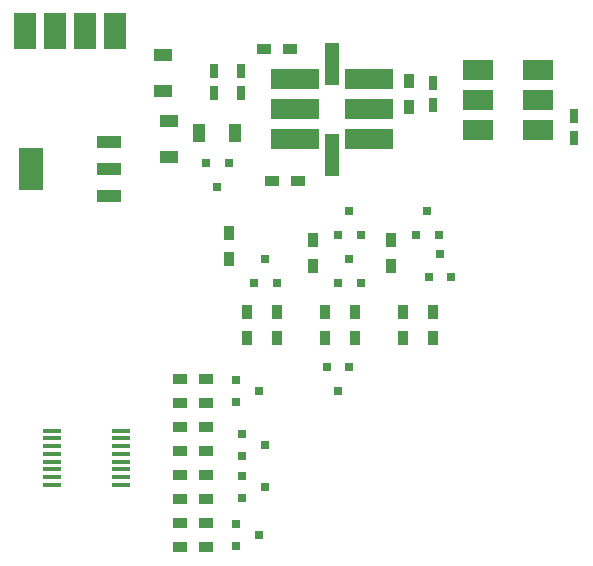
<source format=gbr>
G04 #@! TF.FileFunction,Paste,Bot*
%FSLAX46Y46*%
G04 Gerber Fmt 4.6, Leading zero omitted, Abs format (unit mm)*
G04 Created by KiCad (PCBNEW (2015-03-31 BZR 5561)-product) date Tue 28 Apr 2015 10:13:20 PM CDT*
%MOMM*%
G01*
G04 APERTURE LIST*
%ADD10C,0.100000*%
%ADD11R,2.032000X3.657600*%
%ADD12R,2.032000X1.016000*%
%ADD13R,0.750000X1.200000*%
%ADD14R,2.540000X1.651000*%
%ADD15R,1.200000X0.900000*%
%ADD16R,0.900000X1.200000*%
%ADD17R,4.150000X1.700000*%
%ADD18R,1.300000X3.540000*%
%ADD19R,1.600000X1.000000*%
%ADD20R,1.000000X1.600000*%
%ADD21R,0.800100X0.800100*%
%ADD22R,1.500000X0.450000*%
%ADD23R,1.905000X3.048000*%
G04 APERTURE END LIST*
D10*
D11*
X76200000Y-114808000D03*
D12*
X82804000Y-114808000D03*
X82804000Y-117094000D03*
X82804000Y-112522000D03*
D13*
X91694000Y-108392000D03*
X91694000Y-106492000D03*
X93980000Y-108392000D03*
X93980000Y-106492000D03*
D14*
X119126000Y-106426000D03*
X119126000Y-108966000D03*
X119126000Y-111506000D03*
X114046000Y-111506000D03*
X114046000Y-108966000D03*
X114046000Y-106426000D03*
D13*
X110236000Y-107508000D03*
X110236000Y-109408000D03*
X122174000Y-112202000D03*
X122174000Y-110302000D03*
D15*
X98128000Y-104648000D03*
X95928000Y-104648000D03*
X98806000Y-115824000D03*
X96606000Y-115824000D03*
D16*
X108204000Y-109558000D03*
X108204000Y-107358000D03*
D17*
X98552000Y-112268000D03*
X98552000Y-109728000D03*
X98552000Y-107188000D03*
X104752000Y-107188000D03*
X104752000Y-109728000D03*
X104752000Y-112268000D03*
D18*
X101652000Y-113580500D03*
X101652000Y-105875500D03*
D19*
X87376000Y-108180000D03*
X87376000Y-105180000D03*
X87884000Y-113768000D03*
X87884000Y-110768000D03*
D20*
X93424000Y-111760000D03*
X90424000Y-111760000D03*
D21*
X101224000Y-131572000D03*
X103124000Y-131572000D03*
X102174000Y-133570980D03*
X93487240Y-134554000D03*
X93487240Y-132654000D03*
X95486220Y-133604000D03*
X94013020Y-139126000D03*
X94013020Y-137226000D03*
X96012000Y-138176000D03*
X94013020Y-142682000D03*
X94013020Y-140782000D03*
X96012000Y-141732000D03*
X93487240Y-146746000D03*
X93487240Y-144846000D03*
X95486220Y-145796000D03*
D16*
X101092000Y-129116000D03*
X101092000Y-126916000D03*
X94488000Y-129116000D03*
X94488000Y-126916000D03*
X103632000Y-126916000D03*
X103632000Y-129116000D03*
X97028000Y-126916000D03*
X97028000Y-129116000D03*
X100076000Y-120820000D03*
X100076000Y-123020000D03*
X92964000Y-120228000D03*
X92964000Y-122428000D03*
X107696000Y-129116000D03*
X107696000Y-126916000D03*
X110236000Y-126916000D03*
X110236000Y-129116000D03*
X106680000Y-120820000D03*
X106680000Y-123020000D03*
D15*
X91016000Y-132588000D03*
X88816000Y-132588000D03*
X91016000Y-134620000D03*
X88816000Y-134620000D03*
X91016000Y-136652000D03*
X88816000Y-136652000D03*
X91016000Y-138684000D03*
X88816000Y-138684000D03*
X91016000Y-140716000D03*
X88816000Y-140716000D03*
X91016000Y-142748000D03*
X88816000Y-142748000D03*
X91016000Y-144780000D03*
X88816000Y-144780000D03*
X91016000Y-146812000D03*
X88816000Y-146812000D03*
D22*
X83820000Y-136958000D03*
X83820000Y-137608000D03*
X83820000Y-138258000D03*
X83820000Y-138908000D03*
X83820000Y-139558000D03*
X83820000Y-140208000D03*
X83820000Y-140858000D03*
X83820000Y-141508000D03*
X77920000Y-141508000D03*
X77920000Y-140858000D03*
X77920000Y-140208000D03*
X77920000Y-139558000D03*
X77920000Y-138908000D03*
X77920000Y-138258000D03*
X77920000Y-137608000D03*
X77920000Y-136958000D03*
D21*
X104074000Y-124444760D03*
X102174000Y-124444760D03*
X103124000Y-122445780D03*
X96962000Y-124444760D03*
X95062000Y-124444760D03*
X96012000Y-122445780D03*
X104074000Y-120380760D03*
X102174000Y-120380760D03*
X103124000Y-118381780D03*
X111760000Y-123952000D03*
X109860000Y-123952000D03*
X110810000Y-121953020D03*
X110678000Y-120380760D03*
X108778000Y-120380760D03*
X109728000Y-118381780D03*
X90998000Y-114315240D03*
X92898000Y-114315240D03*
X91948000Y-116314220D03*
D23*
X80772000Y-103124000D03*
X78232000Y-103124000D03*
X75692000Y-103124000D03*
X83312000Y-103124000D03*
M02*

</source>
